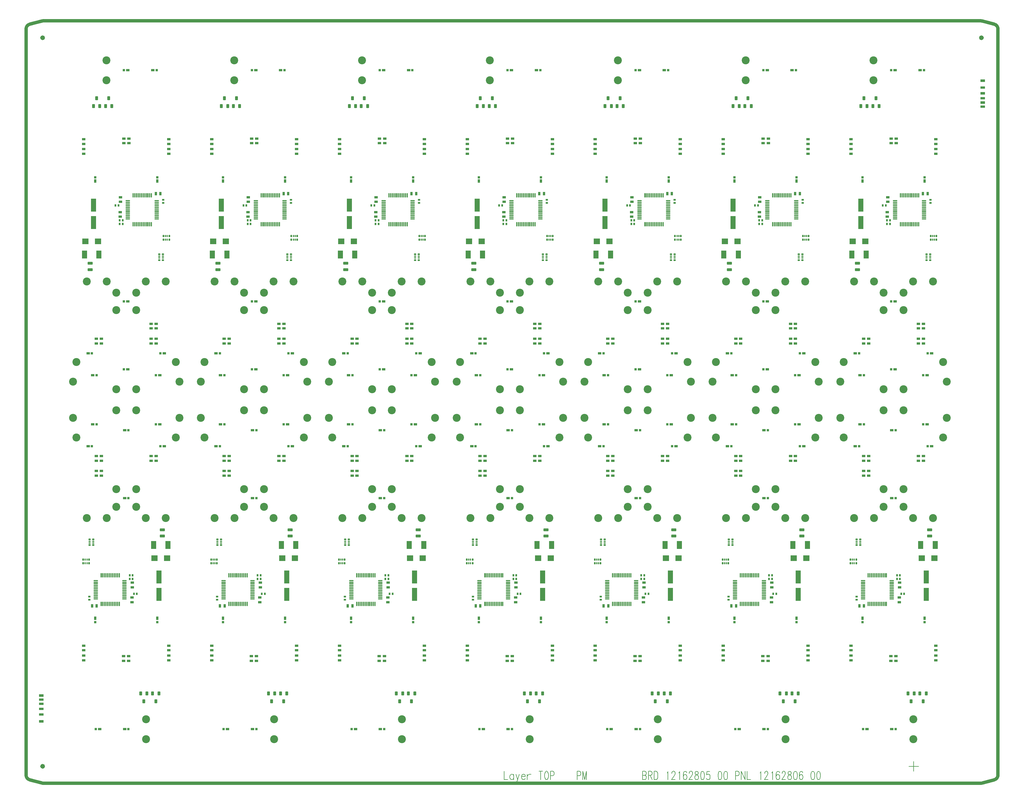
<source format=gbr>
*
G04 Job   : N:\Projects\taras004\P08330\12162805_FHM_2layers\Panel_12162806\12162806.pnl*
G04 User  : UA220006:taras004*
G04 Layer : SolderPasteTop.gbr*
G04 Date  : Fri Jun 09 15:39:13 2023*
G04 Expedition Layer: Solder Paste - Top*
%ICAS*%
%MOIN*%
%FSDAX24Y24*%
%OFA0.0000B0.0000*%
G90*
G74*
%AMVB_RCRECTANGLE*
$3=$3X2*
21,1,$1-$3,$2,0,0,0*
21,1,$1,$2-$3,0,0,0*
$1=$1/2*
$2=$2/2*
$3=$3/2*
$1=$1-$3*
$2=$2-$3*
1,1,$3X2,0-$1,0-$2*
1,1,$3X2,0-$1,$2*
1,1,$3X2,$1,$2*
1,1,$3X2,$1,0-$2*
%
%ADD11C,0.00787*%
%ADD10C,0.03937*%
%ADD19C,0.09449*%
%ADD25VB_RCRECTANGLE,0.02362X0.01181X0.00197*%
%ADD27VB_RCRECTANGLE,0.01181X0.02362X0.00197*%
%ADD24VB_RCRECTANGLE,0.02362X0.01772X0.00197*%
%ADD28VB_RCRECTANGLE,0.01772X0.02362X0.00197*%
%ADD26VB_RCRECTANGLE,0.02756X0.01969X0.00197*%
%ADD22VB_RCRECTANGLE,0.01969X0.02756X0.00197*%
%ADD12VB_RCRECTANGLE,0.02953X0.02362X0.00197*%
%ADD70VB_RCRECTANGLE,0.02362X0.02953X0.00197*%
%ADD16VB_RCRECTANGLE,0.03937X0.02756X0.00197*%
%ADD29VB_RCRECTANGLE,0.02756X0.03937X0.00197*%
%ADD13VB_RCRECTANGLE,0.04331X0.02362X0.00197*%
%ADD71VB_RCRECTANGLE,0.02362X0.04331X0.00197*%
%ADD23VB_RCRECTANGLE,0.03150X0.04724X0.00197*%
%ADD18VB_RCRECTANGLE,0.05118X0.01181X0.00197*%
%ADD17VB_RCRECTANGLE,0.01181X0.05118X0.00197*%
%ADD14VB_RCRECTANGLE,0.05906X0.03150X0.00197*%
%ADD15VB_RCRECTANGLE,0.07480X0.06693X0.00197*%
%ADD21VB_RCRECTANGLE,0.06299X0.09055X0.00197*%
%ADD20VB_RCRECTANGLE,0.06299X0.15157X0.00197*%
G01*
G36*
X-103819Y005197D02*
X-103268D01*
Y005472*
X-103819*
Y005197*
Y006024D02*
X-103268D01*
Y006299*
X-103819*
Y006024*
Y006693D02*
X-103268D01*
Y006969*
X-103819*
Y006693*
Y007283D02*
X-103268D01*
Y007559*
X-103819*
Y007283*
Y007795D02*
X-103268D01*
Y008071*
X-103819*
Y007795*
Y008268D02*
X-103268D01*
Y008543*
X-103819*
Y008268*
X-103425Y-000283D02*
Y-000039D01*
X-103669*
G02X-103671Y000000I000283J000039*
X-103386Y000285I000285*
X-103346Y000283J000285*
G01Y000039*
X-103103*
G02X-103100Y000000I000283J000039*
X-103386Y-000285I000286*
X-103425Y-000283J000285*
G01Y000283D02*
Y000039D01*
X-103669*
G03X-103671Y000000I000283J000039*
X-103386Y-000285I000285*
X-103346Y-000283J000285*
G01Y-000039*
X-103103*
G03X-103100Y000000I000283J000039*
X-103386Y000285I000286*
X-103425Y000283J000285*
G01Y086253D02*
Y086496D01*
X-103669*
G02X-103671Y086535I000283J000039*
X-103386Y086821I000285*
X-103346Y086818J000286*
G01Y086575*
X-103103*
G02X-103100Y086535I000283J000040*
X-103386Y086250I000286*
X-103425Y086253J000285*
G01Y086818D02*
Y086575D01*
X-103669*
G03X-103671Y086535I000283J000040*
X-103386Y086250I000285*
X-103346Y086253J000285*
G01Y086496*
X-103103*
G03X-103100Y086535I000283J000039*
X-103386Y086821I000286*
X-103425Y086818J000286*
G01X007913Y078228D02*
X008465D01*
Y078504*
X007913*
Y078228*
Y078701D02*
X008465D01*
Y078976*
X007913*
Y078701*
Y079213D02*
X008465D01*
Y079488*
X007913*
Y079213*
Y079803D02*
X008465D01*
Y080079*
X007913*
Y079803*
Y080472D02*
X008465D01*
Y080748*
X007913*
Y080472*
Y081299D02*
X008465D01*
Y081575*
X007913*
Y081299*
X007992Y086253D02*
Y086496D01*
X007749*
G02X007746Y086535I000282J000039*
X008031Y086821I000285*
X008071Y086818J000286*
G01Y086575*
X008314*
G02X008317Y086535I000283J000040*
X008031Y086250I000286*
X007992Y086253J000285*
G01Y086818D02*
Y086575D01*
X007749*
G03X007746Y086535I000282J000040*
X008031Y086250I000285*
X008071Y086253J000285*
G01Y086496*
X008314*
G03X008317Y086535I000283J000039*
X008031Y086821I000286*
X007992Y086818J000286*
G37*
G54D10*
G01X-038819Y-002008D02*
X-103339D01*
G02X-103493Y-001987J000591*
G01X-104917Y-001602*
G02X-105354Y-001032I000154J000570*
G01Y-001031*
Y087575*
G02X-104913Y088146I000590*
G01X-103492Y088524*
G02X-103341Y088543I000151J000572*
X-103339J000591*
G01X007992*
G02X008142Y088524I000001J000590*
G01X009563Y088150*
G02X010000Y087579I000154J000571*
G01Y-001031*
Y-001032*
G02X009563Y-001602I000591*
G01X008151Y-001987*
G02X007995Y-002008I000156J000570*
G01X-038819*
G54D11*
X-048620Y-000591D02*
Y-001575D01*
X-048181*
X-047492Y-001068D02*
X-047565Y-000978D01*
X-047638Y-000934*
X-047753*
X-047826Y-000978*
X-047899Y-001068*
X-047931Y-001202*
Y-001306*
X-047899Y-001441*
X-047826Y-001530*
X-047753Y-001575*
X-047638*
X-047565Y-001530*
X-047492Y-001441*
Y-000934D02*
Y-001575D01*
X-047210Y-000934D02*
X-047012Y-001575D01*
X-046803Y-000934D02*
X-047012Y-001575D01*
X-047075Y-001769*
X-047148Y-001858*
X-047210Y-001903*
X-047242*
X-046553Y-001202D02*
X-046114D01*
Y-001113*
X-046146Y-001023*
X-046187Y-000978*
X-046260Y-000934*
X-046375*
X-046448Y-000978*
X-046521Y-001068*
X-046553Y-001202*
Y-001306*
X-046521Y-001441*
X-046448Y-001530*
X-046375Y-001575*
X-046260*
X-046187Y-001530*
X-046114Y-001441*
X-045864Y-001202D02*
X-045812Y-001068D01*
X-045707Y-000978*
X-045592Y-000934*
X-045425*
X-045864D02*
Y-001575D01*
X-044486Y-000591D02*
X-044047D01*
X-044267D02*
Y-001575D01*
X-043640Y-000591D02*
X-043692Y-000650D01*
X-043745Y-000740*
X-043776Y-000829*
X-043797Y-000963*
Y-001202*
X-043776Y-001336*
X-043745Y-001441*
X-043692Y-001530*
X-043640Y-001575*
X-043525*
X-043473Y-001530*
X-043411Y-001441*
X-043390Y-001336*
X-043358Y-001202*
Y-000963*
X-043390Y-000829*
X-043411Y-000740*
X-043473Y-000650*
X-043525Y-000591*
X-043640*
X-043108Y-001575D02*
Y-000591D01*
X-042826*
X-042732Y-000650*
X-042701Y-000695*
X-042669Y-000784*
Y-000919*
X-042701Y-001023*
X-042732Y-001068*
X-042826Y-001113*
X-043108*
X-039958Y-001575D02*
Y-000591D01*
X-039676*
X-039582Y-000650*
X-039551Y-000695*
X-039520Y-000784*
Y-000919*
X-039551Y-001023*
X-039582Y-001068*
X-039676Y-001113*
X-039958*
X-039269Y-001575D02*
Y-000591D01*
X-039050Y-001575*
X-038831Y-000591*
Y-001575*
X-032179Y-001068D02*
X-031897D01*
X-031803Y-001113*
X-031772Y-001157*
X-031741Y-001247*
Y-001396*
X-031772Y-001485*
X-031803Y-001530*
X-031897Y-001575*
X-032179*
Y-000591*
X-031897*
X-031803Y-000650*
X-031772Y-000695*
X-031741Y-000784*
Y-000874*
X-031772Y-000963*
X-031803Y-001023*
X-031897Y-001068*
X-031490Y-001575D02*
Y-000591D01*
X-031208*
X-031114Y-000650*
X-031083Y-000695*
X-031052Y-000784*
Y-000874*
X-031083Y-000963*
X-031114Y-001023*
X-031208Y-001068*
X-031490*
X-031271D02*
X-031052Y-001575D01*
X-030801Y-000591D02*
X-030582D01*
X-030488Y-000650*
X-030425Y-000740*
X-030394Y-000829*
X-030363Y-000963*
Y-001202*
X-030394Y-001336*
X-030425Y-001441*
X-030488Y-001530*
X-030582Y-001575*
X-030801*
Y-000591*
X-029256Y-000784D02*
X-029215Y-000740D01*
X-029162Y-000605*
Y-001575*
X-028703Y-000829D02*
Y-000784D01*
X-028672Y-000695*
X-028640Y-000650*
X-028578Y-000591*
X-028452*
X-028390Y-000650*
X-028359Y-000695*
X-028327Y-000784*
Y-000874*
X-028359Y-000963*
X-028421Y-001113*
X-028734Y-001575*
X-028296*
X-027878Y-000784D02*
X-027837Y-000740D01*
X-027784Y-000605*
Y-001575*
X-026949Y-000740D02*
X-026981Y-000650D01*
X-027085Y-000605*
X-027158*
X-027262Y-000650*
X-027325Y-000784*
X-027356Y-001023*
Y-001247*
X-027325Y-001441*
X-027262Y-001530*
X-027158Y-001575*
X-027127*
X-027022Y-001530*
X-026949Y-001441*
X-026918Y-001306*
Y-001247*
X-026949Y-001113*
X-027022Y-001023*
X-027127Y-000978*
X-027158*
X-027262Y-001023*
X-027325Y-001113*
X-027356Y-001247*
X-026636Y-000829D02*
Y-000784D01*
X-026605Y-000695*
X-026574Y-000650*
X-026511Y-000591*
X-026386*
X-026323Y-000650*
X-026292Y-000695*
X-026260Y-000784*
Y-000874*
X-026292Y-000963*
X-026354Y-001113*
X-026667Y-001575*
X-026229*
X-025822Y-000605D02*
X-025916Y-000650D01*
X-025947Y-000740*
Y-000829*
X-025916Y-000934*
X-025853Y-000978*
X-025728Y-001023*
X-025634Y-001068*
X-025571Y-001157*
X-025540Y-001247*
Y-001396*
X-025571Y-001485*
X-025603Y-001530*
X-025697Y-001575*
X-025822*
X-025916Y-001530*
X-025947Y-001485*
X-025979Y-001396*
Y-001247*
X-025947Y-001157*
X-025885Y-001068*
X-025791Y-001023*
X-025665Y-000978*
X-025603Y-000934*
X-025571Y-000829*
Y-000740*
X-025603Y-000650*
X-025697Y-000605*
X-025822*
X-025102D02*
X-025196Y-000650D01*
X-025258Y-000784*
X-025290Y-001023*
Y-001157*
X-025258Y-001396*
X-025196Y-001530*
X-025102Y-001575*
X-025039*
X-024945Y-001530*
X-024882Y-001396*
X-024851Y-001157*
Y-001023*
X-024882Y-000784*
X-024945Y-000650*
X-025039Y-000605*
X-025102*
X-024225D02*
X-024538D01*
X-024569Y-001023*
X-024538Y-000978*
X-024444Y-000934*
X-024350*
X-024256Y-000978*
X-024193Y-001068*
X-024162Y-001202*
Y-001306*
X-024193Y-001441*
X-024256Y-001530*
X-024350Y-001575*
X-024444*
X-024538Y-001530*
X-024569Y-001485*
X-024601Y-001396*
X-023035Y-000605D02*
X-023129Y-000650D01*
X-023191Y-000784*
X-023223Y-001023*
Y-001157*
X-023191Y-001396*
X-023129Y-001530*
X-023035Y-001575*
X-022972*
X-022878Y-001530*
X-022816Y-001396*
X-022784Y-001157*
Y-001023*
X-022816Y-000784*
X-022878Y-000650*
X-022972Y-000605*
X-023035*
X-022346D02*
X-022440Y-000650D01*
X-022502Y-000784*
X-022534Y-001023*
Y-001157*
X-022502Y-001396*
X-022440Y-001530*
X-022346Y-001575*
X-022283*
X-022189Y-001530*
X-022127Y-001396*
X-022095Y-001157*
Y-001023*
X-022127Y-000784*
X-022189Y-000650*
X-022283Y-000605*
X-022346*
X-021156Y-001575D02*
Y-000591D01*
X-020874*
X-020780Y-000650*
X-020749Y-000695*
X-020717Y-000784*
Y-000919*
X-020749Y-001023*
X-020780Y-001068*
X-020874Y-001113*
X-021156*
X-020467Y-001575D02*
Y-000591D01*
X-020028Y-001575*
Y-000591*
X-019778D02*
Y-001575D01*
X-019339*
X-018233Y-000784D02*
X-018191Y-000740D01*
X-018139Y-000605*
Y-001575*
X-017680Y-000829D02*
Y-000784D01*
X-017648Y-000695*
X-017617Y-000650*
X-017554Y-000591*
X-017429*
X-017366Y-000650*
X-017335Y-000695*
X-017304Y-000784*
Y-000874*
X-017335Y-000963*
X-017398Y-001113*
X-017711Y-001575*
X-017273*
X-016855Y-000784D02*
X-016813Y-000740D01*
X-016761Y-000605*
Y-001575*
X-015926Y-000740D02*
X-015957Y-000650D01*
X-016062Y-000605*
X-016135*
X-016239Y-000650*
X-016302Y-000784*
X-016333Y-001023*
Y-001247*
X-016302Y-001441*
X-016239Y-001530*
X-016135Y-001575*
X-016103*
X-015999Y-001530*
X-015926Y-001441*
X-015895Y-001306*
Y-001247*
X-015926Y-001113*
X-015999Y-001023*
X-016103Y-000978*
X-016135*
X-016239Y-001023*
X-016302Y-001113*
X-016333Y-001247*
X-015613Y-000829D02*
Y-000784D01*
X-015581Y-000695*
X-015550Y-000650*
X-015487Y-000591*
X-015362*
X-015300Y-000650*
X-015268Y-000695*
X-015237Y-000784*
Y-000874*
X-015268Y-000963*
X-015331Y-001113*
X-015644Y-001575*
X-015206*
X-014799Y-000605D02*
X-014892Y-000650D01*
X-014924Y-000740*
Y-000829*
X-014892Y-000934*
X-014830Y-000978*
X-014705Y-001023*
X-014611Y-001068*
X-014548Y-001157*
X-014517Y-001247*
Y-001396*
X-014548Y-001485*
X-014579Y-001530*
X-014673Y-001575*
X-014799*
X-014892Y-001530*
X-014924Y-001485*
X-014955Y-001396*
Y-001247*
X-014924Y-001157*
X-014861Y-001068*
X-014767Y-001023*
X-014642Y-000978*
X-014579Y-000934*
X-014548Y-000829*
Y-000740*
X-014579Y-000650*
X-014673Y-000605*
X-014799*
X-014078D02*
X-014172Y-000650D01*
X-014235Y-000784*
X-014266Y-001023*
Y-001157*
X-014235Y-001396*
X-014172Y-001530*
X-014078Y-001575*
X-014016*
X-013922Y-001530*
X-013859Y-001396*
X-013828Y-001157*
Y-001023*
X-013859Y-000784*
X-013922Y-000650*
X-014016Y-000605*
X-014078*
X-013170Y-000740D02*
X-013201Y-000650D01*
X-013306Y-000605*
X-013379*
X-013483Y-000650*
X-013546Y-000784*
X-013577Y-001023*
Y-001247*
X-013546Y-001441*
X-013483Y-001530*
X-013379Y-001575*
X-013348*
X-013243Y-001530*
X-013170Y-001441*
X-013139Y-001306*
Y-001247*
X-013170Y-001113*
X-013243Y-001023*
X-013348Y-000978*
X-013379*
X-013483Y-001023*
X-013546Y-001113*
X-013577Y-001247*
X-012011Y-000605D02*
X-012105Y-000650D01*
X-012168Y-000784*
X-012199Y-001023*
Y-001157*
X-012168Y-001396*
X-012105Y-001530*
X-012011Y-001575*
X-011949*
X-011855Y-001530*
X-011792Y-001396*
X-011761Y-001157*
Y-001023*
X-011792Y-000784*
X-011855Y-000650*
X-011949Y-000605*
X-012011*
X-011322D02*
X-011416Y-000650D01*
X-011479Y-000784*
X-011510Y-001023*
Y-001157*
X-011479Y-001396*
X-011416Y-001530*
X-011322Y-001575*
X-011260*
X-011166Y-001530*
X-011103Y-001396*
X-011072Y-001157*
Y-001023*
X-011103Y-000784*
X-011166Y-000650*
X-011260Y-000605*
X-011322*
X-000591Y000000D02*
X000591D01*
X000000Y000591D02*
Y-000591D01*
G54D12*
X-097530Y038031D03*
Y049055D03*
X-097077Y004409D03*
X-096978Y040630D03*
Y046457D03*
X-093730Y047165D03*
Y055228D03*
Y082677D03*
X-093199Y004409D03*
Y031858D03*
Y039921D03*
X-089951Y040630D03*
Y046457D03*
X-089852Y082677D03*
X-089400Y038031D03*
Y049055D03*
X-082352Y038031D03*
Y049055D03*
X-081900Y004409D03*
X-081801Y040630D03*
Y046457D03*
X-078553Y047165D03*
Y055228D03*
Y082677D03*
X-078022Y004409D03*
Y031858D03*
Y039921D03*
X-074774Y040630D03*
Y046457D03*
X-074675Y082677D03*
X-074222Y038031D03*
Y049055D03*
X-067175Y038031D03*
Y049055D03*
X-066722Y004409D03*
X-066624Y040630D03*
Y046457D03*
X-063376Y047165D03*
Y055228D03*
Y082677D03*
X-062844Y004409D03*
Y031858D03*
Y039921D03*
X-059596Y040630D03*
Y046457D03*
X-059498Y082677D03*
X-059045Y038031D03*
Y049055D03*
X-051998Y038031D03*
Y049055D03*
X-051545Y004409D03*
X-051447Y040630D03*
Y046457D03*
X-048199Y047165D03*
Y055228D03*
Y082677D03*
X-047667Y004409D03*
Y031858D03*
Y039921D03*
X-044419Y040630D03*
Y046457D03*
X-044321Y082677D03*
X-043868Y038031D03*
Y049055D03*
X-036821Y038031D03*
Y049055D03*
X-036368Y004409D03*
X-036270Y040630D03*
Y046457D03*
X-033022Y047165D03*
Y055228D03*
Y082677D03*
X-032490Y004409D03*
Y031858D03*
Y039921D03*
X-029242Y040630D03*
Y046457D03*
X-029144Y082677D03*
X-028691Y038031D03*
Y049055D03*
X-021644Y038031D03*
Y049055D03*
X-021191Y004409D03*
X-021093Y040630D03*
Y046457D03*
X-017844Y047165D03*
Y055228D03*
Y082677D03*
X-017313Y004409D03*
Y031858D03*
Y039921D03*
X-014065Y040630D03*
Y046457D03*
X-013967Y082677D03*
X-013514Y038031D03*
Y049055D03*
X-006467Y038031D03*
Y049055D03*
X-006014Y004409D03*
X-005915Y040630D03*
Y046457D03*
X-002667Y047165D03*
Y055228D03*
Y082677D03*
X-002136Y004409D03*
Y031858D03*
Y039921D03*
X001112Y040630D03*
Y046457D03*
X001211Y082677D03*
X001663Y038031D03*
Y049055D03*
G54D13*
X-097992Y038031D03*
Y049055D03*
X-097441Y040630D03*
Y046457D03*
X-096614Y004409D03*
X-093661D03*
Y031858D03*
Y039921D03*
X-093268Y047165D03*
Y055228D03*
Y082677D03*
X-090315D03*
X-089488Y040630D03*
Y046457D03*
X-088937Y038031D03*
Y049055D03*
X-082815Y038031D03*
Y049055D03*
X-082264Y040630D03*
Y046457D03*
X-081437Y004409D03*
X-078484D03*
Y031858D03*
Y039921D03*
X-078091Y047165D03*
Y055228D03*
Y082677D03*
X-075138D03*
X-074311Y040630D03*
Y046457D03*
X-073760Y038031D03*
Y049055D03*
X-067638Y038031D03*
Y049055D03*
X-067087Y040630D03*
Y046457D03*
X-066260Y004409D03*
X-063307D03*
Y031858D03*
Y039921D03*
X-062913Y047165D03*
Y055228D03*
Y082677D03*
X-059961D03*
X-059134Y040630D03*
Y046457D03*
X-058583Y038031D03*
Y049055D03*
X-052461Y038031D03*
Y049055D03*
X-051909Y040630D03*
Y046457D03*
X-051083Y004409D03*
X-048130D03*
Y031858D03*
Y039921D03*
X-047736Y047165D03*
Y055228D03*
Y082677D03*
X-044783D03*
X-043957Y040630D03*
Y046457D03*
X-043406Y038031D03*
Y049055D03*
X-037283Y038031D03*
Y049055D03*
X-036732Y040630D03*
Y046457D03*
X-035906Y004409D03*
X-032953D03*
Y031858D03*
Y039921D03*
X-032559Y047165D03*
Y055228D03*
Y082677D03*
X-029606D03*
X-028780Y040630D03*
Y046457D03*
X-028228Y038031D03*
Y049055D03*
X-022106Y038031D03*
Y049055D03*
X-021555Y040630D03*
Y046457D03*
X-020728Y004409D03*
X-017776D03*
Y031858D03*
Y039921D03*
X-017382Y047165D03*
Y055228D03*
Y082677D03*
X-014429D03*
X-013602Y040630D03*
Y046457D03*
X-013051Y038031D03*
Y049055D03*
X-006929Y038031D03*
Y049055D03*
X-006378Y040630D03*
Y046457D03*
X-005551Y004409D03*
X-002598D03*
Y031858D03*
Y039921D03*
X-002205Y047165D03*
Y055228D03*
Y082677D03*
X000748D03*
X001575Y040630D03*
Y046457D03*
X002126Y038031D03*
Y049055D03*
G54D14*
X-097756Y058996D03*
Y059744D03*
X-089173Y027343D03*
Y028091D03*
X-082579Y058996D03*
Y059744D03*
X-073996Y027343D03*
Y028091D03*
X-067402Y058996D03*
Y059744D03*
X-058819Y027343D03*
Y028091D03*
X-052224Y058996D03*
Y059744D03*
X-043642Y027343D03*
Y028091D03*
X-037047Y058996D03*
Y059744D03*
X-028465Y027343D03*
Y028091D03*
X-021870Y058996D03*
Y059744D03*
X-013287Y027343D03*
Y028091D03*
X-006693Y058996D03*
Y059744D03*
X001890Y027343D03*
Y028091D03*
G54D15*
X-098307Y062362D03*
X-096811D03*
X-090118Y024724D03*
X-088622D03*
X-083130Y062362D03*
X-081634D03*
X-074941Y024724D03*
X-073445D03*
X-067953Y062362D03*
X-066457D03*
X-059764Y024724D03*
X-058268D03*
X-052776Y062362D03*
X-051280D03*
X-044587Y024724D03*
X-043091D03*
X-037598Y062362D03*
X-036102D03*
X-029409Y024724D03*
X-027913D03*
X-022421Y062362D03*
X-020925D03*
X-014232Y024724D03*
X-012736D03*
X-007244Y062362D03*
X-005748D03*
X000945Y024724D03*
X002441D03*
G54D16*
X-098504Y012598D03*
Y013150D03*
Y013780D03*
Y014331D03*
Y072756D03*
Y073307D03*
Y073937D03*
Y074488D03*
X-097008Y034528D03*
Y035079D03*
Y036299D03*
Y036850D03*
Y050236D03*
Y050787D03*
X-096417Y034528D03*
Y035079D03*
Y036299D03*
Y036850D03*
Y050236D03*
Y050787D03*
X-094193Y065276D03*
Y065827D03*
X-094154Y067047D03*
Y067598D03*
X-093787Y012527D03*
Y013078D03*
X-093749Y074009D03*
Y074560D03*
X-093180Y012527D03*
Y013078D03*
X-093143Y074009D03*
Y074560D03*
X-092776Y019488D03*
Y020039D03*
X-092736Y021260D03*
Y021811D03*
X-090512Y036299D03*
Y036850D03*
Y050236D03*
Y050787D03*
Y052008D03*
Y052559D03*
X-089921Y036299D03*
Y036850D03*
Y050236D03*
Y050787D03*
Y052008D03*
Y052559D03*
X-088425Y012598D03*
Y013150D03*
Y013780D03*
Y014331D03*
Y072756D03*
Y073307D03*
Y073937D03*
Y074488D03*
X-083327Y012598D03*
Y013150D03*
Y013780D03*
Y014331D03*
Y072756D03*
Y073307D03*
Y073937D03*
Y074488D03*
X-081831Y034528D03*
Y035079D03*
Y036299D03*
Y036850D03*
Y050236D03*
Y050787D03*
X-081240Y034528D03*
Y035079D03*
Y036299D03*
Y036850D03*
Y050236D03*
Y050787D03*
X-079016Y065276D03*
Y065827D03*
X-078976Y067047D03*
Y067598D03*
X-078609Y012527D03*
Y013078D03*
X-078572Y074009D03*
Y074560D03*
X-078003Y012527D03*
Y013078D03*
X-077965Y074009D03*
Y074560D03*
X-077598Y019488D03*
Y020039D03*
X-077559Y021260D03*
Y021811D03*
X-075335Y036299D03*
Y036850D03*
Y050236D03*
Y050787D03*
Y052008D03*
Y052559D03*
X-074744Y036299D03*
Y036850D03*
Y050236D03*
Y050787D03*
Y052008D03*
Y052559D03*
X-073248Y012598D03*
Y013150D03*
Y013780D03*
Y014331D03*
Y072756D03*
Y073307D03*
Y073937D03*
Y074488D03*
X-068150Y012598D03*
Y013150D03*
Y013780D03*
Y014331D03*
Y072756D03*
Y073307D03*
Y073937D03*
Y074488D03*
X-066654Y034528D03*
Y035079D03*
Y036299D03*
Y036850D03*
Y050236D03*
Y050787D03*
X-066063Y034528D03*
Y035079D03*
Y036299D03*
Y036850D03*
Y050236D03*
Y050787D03*
X-063839Y065276D03*
Y065827D03*
X-063799Y067047D03*
Y067598D03*
X-063432Y012527D03*
Y013078D03*
X-063395Y074009D03*
Y074560D03*
X-062826Y012527D03*
Y013078D03*
X-062788Y074009D03*
Y074560D03*
X-062421Y019488D03*
Y020039D03*
X-062382Y021260D03*
Y021811D03*
X-060157Y036299D03*
Y036850D03*
Y050236D03*
Y050787D03*
Y052008D03*
Y052559D03*
X-059567Y036299D03*
Y036850D03*
Y050236D03*
Y050787D03*
Y052008D03*
Y052559D03*
X-058071Y012598D03*
Y013150D03*
Y013780D03*
Y014331D03*
Y072756D03*
Y073307D03*
Y073937D03*
Y074488D03*
X-052972Y012598D03*
Y013150D03*
Y013780D03*
Y014331D03*
Y072756D03*
Y073307D03*
Y073937D03*
Y074488D03*
X-051476Y034528D03*
Y035079D03*
Y036299D03*
Y036850D03*
Y050236D03*
Y050787D03*
X-050886Y034528D03*
Y035079D03*
Y036299D03*
Y036850D03*
Y050236D03*
Y050787D03*
X-048661Y065276D03*
Y065827D03*
X-048622Y067047D03*
Y067598D03*
X-048255Y012527D03*
Y013078D03*
X-048218Y074009D03*
Y074560D03*
X-047648Y012527D03*
Y013078D03*
X-047611Y074009D03*
Y074560D03*
X-047244Y019488D03*
Y020039D03*
X-047205Y021260D03*
Y021811D03*
X-044980Y036299D03*
Y036850D03*
Y050236D03*
Y050787D03*
Y052008D03*
Y052559D03*
X-044390Y036299D03*
Y036850D03*
Y050236D03*
Y050787D03*
Y052008D03*
Y052559D03*
X-042894Y012598D03*
Y013150D03*
Y013780D03*
Y014331D03*
Y072756D03*
Y073307D03*
Y073937D03*
Y074488D03*
X-037795Y012598D03*
Y013150D03*
Y013780D03*
Y014331D03*
Y072756D03*
Y073307D03*
Y073937D03*
Y074488D03*
X-036299Y034528D03*
Y035079D03*
Y036299D03*
Y036850D03*
Y050236D03*
Y050787D03*
X-035709Y034528D03*
Y035079D03*
Y036299D03*
Y036850D03*
Y050236D03*
Y050787D03*
X-033484Y065276D03*
Y065827D03*
X-033445Y067047D03*
Y067598D03*
X-033078Y012527D03*
Y013078D03*
X-033041Y074009D03*
Y074560D03*
X-032471Y012527D03*
Y013078D03*
X-032434Y074009D03*
Y074560D03*
X-032067Y019488D03*
Y020039D03*
X-032028Y021260D03*
Y021811D03*
X-029803Y036299D03*
Y036850D03*
Y050236D03*
Y050787D03*
Y052008D03*
Y052559D03*
X-029213Y036299D03*
Y036850D03*
Y050236D03*
Y050787D03*
Y052008D03*
Y052559D03*
X-027717Y012598D03*
Y013150D03*
Y013780D03*
Y014331D03*
Y072756D03*
Y073307D03*
Y073937D03*
Y074488D03*
X-022618Y012598D03*
Y013150D03*
Y013780D03*
Y014331D03*
Y072756D03*
Y073307D03*
Y073937D03*
Y074488D03*
X-021122Y034528D03*
Y035079D03*
Y036299D03*
Y036850D03*
Y050236D03*
Y050787D03*
X-020531Y034528D03*
Y035079D03*
Y036299D03*
Y036850D03*
Y050236D03*
Y050787D03*
X-018307Y065276D03*
Y065827D03*
X-018268Y067047D03*
Y067598D03*
X-017901Y012527D03*
Y013078D03*
X-017863Y074009D03*
Y074560D03*
X-017294Y012527D03*
Y013078D03*
X-017257Y074009D03*
Y074560D03*
X-016890Y019488D03*
Y020039D03*
X-016850Y021260D03*
Y021811D03*
X-014626Y036299D03*
Y036850D03*
Y050236D03*
Y050787D03*
Y052008D03*
Y052559D03*
X-014035Y036299D03*
Y036850D03*
Y050236D03*
Y050787D03*
Y052008D03*
Y052559D03*
X-012539Y012598D03*
Y013150D03*
Y013780D03*
Y014331D03*
Y072756D03*
Y073307D03*
Y073937D03*
Y074488D03*
X-007441Y012598D03*
Y013150D03*
Y013780D03*
Y014331D03*
Y072756D03*
Y073307D03*
Y073937D03*
Y074488D03*
X-005945Y034528D03*
Y035079D03*
Y036299D03*
Y036850D03*
Y050236D03*
Y050787D03*
X-005354Y034528D03*
Y035079D03*
Y036299D03*
Y036850D03*
Y050236D03*
Y050787D03*
X-003130Y065276D03*
Y065827D03*
X-003091Y067047D03*
Y067598D03*
X-002724Y012527D03*
Y013078D03*
X-002686Y074009D03*
Y074560D03*
X-002117Y012527D03*
Y013078D03*
X-002080Y074009D03*
Y074560D03*
X-001713Y019488D03*
Y020039D03*
X-001673Y021260D03*
Y021811D03*
X000551Y036299D03*
Y036850D03*
Y050236D03*
Y050787D03*
Y052008D03*
Y052559D03*
X001142Y036299D03*
Y036850D03*
Y050236D03*
Y050787D03*
Y052008D03*
Y052559D03*
X002638Y012598D03*
Y013150D03*
Y013780D03*
Y014331D03*
Y072756D03*
Y073307D03*
Y073937D03*
Y074488D03*
G54D17*
X-096459Y019272D03*
Y022697D03*
X-096262Y019272D03*
Y022697D03*
X-096065Y019272D03*
Y022697D03*
X-095868Y019272D03*
Y022697D03*
X-095672Y019272D03*
Y022697D03*
X-095475Y019272D03*
Y022697D03*
X-095278Y019272D03*
Y022697D03*
X-095081Y019272D03*
Y022697D03*
X-094884Y019272D03*
Y022697D03*
X-094687Y019272D03*
Y022697D03*
X-094491Y019272D03*
Y022697D03*
X-094294Y019272D03*
Y022697D03*
X-092635Y064390D03*
Y067815D03*
X-092439Y064390D03*
Y067815D03*
X-092242Y064390D03*
Y067815D03*
X-092045Y064390D03*
Y067815D03*
X-091848Y064390D03*
Y067815D03*
X-091651Y064390D03*
Y067815D03*
X-091454Y064390D03*
Y067815D03*
X-091258Y064390D03*
Y067815D03*
X-091061Y064390D03*
Y067815D03*
X-090864Y064390D03*
Y067815D03*
X-090667Y064390D03*
Y067815D03*
X-090470Y064390D03*
Y067815D03*
X-081282Y019272D03*
Y022697D03*
X-081085Y019272D03*
Y022697D03*
X-080888Y019272D03*
Y022697D03*
X-080691Y019272D03*
Y022697D03*
X-080494Y019272D03*
Y022697D03*
X-080298Y019272D03*
Y022697D03*
X-080101Y019272D03*
Y022697D03*
X-079904Y019272D03*
Y022697D03*
X-079707Y019272D03*
Y022697D03*
X-079510Y019272D03*
Y022697D03*
X-079313Y019272D03*
Y022697D03*
X-079116Y019272D03*
Y022697D03*
X-077458Y064390D03*
Y067815D03*
X-077261Y064390D03*
Y067815D03*
X-077065Y064390D03*
Y067815D03*
X-076868Y064390D03*
Y067815D03*
X-076671Y064390D03*
Y067815D03*
X-076474Y064390D03*
Y067815D03*
X-076277Y064390D03*
Y067815D03*
X-076080Y064390D03*
Y067815D03*
X-075884Y064390D03*
Y067815D03*
X-075687Y064390D03*
Y067815D03*
X-075490Y064390D03*
Y067815D03*
X-075293Y064390D03*
Y067815D03*
X-066105Y019272D03*
Y022697D03*
X-065908Y019272D03*
Y022697D03*
X-065711Y019272D03*
Y022697D03*
X-065514Y019272D03*
Y022697D03*
X-065317Y019272D03*
Y022697D03*
X-065120Y019272D03*
Y022697D03*
X-064924Y019272D03*
Y022697D03*
X-064727Y019272D03*
Y022697D03*
X-064530Y019272D03*
Y022697D03*
X-064333Y019272D03*
Y022697D03*
X-064136Y019272D03*
Y022697D03*
X-063939Y019272D03*
Y022697D03*
X-062281Y064390D03*
Y067815D03*
X-062084Y064390D03*
Y067815D03*
X-061887Y064390D03*
Y067815D03*
X-061691Y064390D03*
Y067815D03*
X-061494Y064390D03*
Y067815D03*
X-061297Y064390D03*
Y067815D03*
X-061100Y064390D03*
Y067815D03*
X-060903Y064390D03*
Y067815D03*
X-060706Y064390D03*
Y067815D03*
X-060509Y064390D03*
Y067815D03*
X-060313Y064390D03*
Y067815D03*
X-060116Y064390D03*
Y067815D03*
X-050928Y019272D03*
Y022697D03*
X-050731Y019272D03*
Y022697D03*
X-050534Y019272D03*
Y022697D03*
X-050337Y019272D03*
Y022697D03*
X-050140Y019272D03*
Y022697D03*
X-049943Y019272D03*
Y022697D03*
X-049746Y019272D03*
Y022697D03*
X-049550Y019272D03*
Y022697D03*
X-049353Y019272D03*
Y022697D03*
X-049156Y019272D03*
Y022697D03*
X-048959Y019272D03*
Y022697D03*
X-048762Y019272D03*
Y022697D03*
X-047104Y064390D03*
Y067815D03*
X-046907Y064390D03*
Y067815D03*
X-046710Y064390D03*
Y067815D03*
X-046513Y064390D03*
Y067815D03*
X-046317Y064390D03*
Y067815D03*
X-046120Y064390D03*
Y067815D03*
X-045923Y064390D03*
Y067815D03*
X-045726Y064390D03*
Y067815D03*
X-045529Y064390D03*
Y067815D03*
X-045332Y064390D03*
Y067815D03*
X-045135Y064390D03*
Y067815D03*
X-044939Y064390D03*
Y067815D03*
X-035750Y019272D03*
Y022697D03*
X-035553Y019272D03*
Y022697D03*
X-035357Y019272D03*
Y022697D03*
X-035160Y019272D03*
Y022697D03*
X-034963Y019272D03*
Y022697D03*
X-034766Y019272D03*
Y022697D03*
X-034569Y019272D03*
Y022697D03*
X-034372Y019272D03*
Y022697D03*
X-034176Y019272D03*
Y022697D03*
X-033979Y019272D03*
Y022697D03*
X-033782Y019272D03*
Y022697D03*
X-033585Y019272D03*
Y022697D03*
X-031927Y064390D03*
Y067815D03*
X-031730Y064390D03*
Y067815D03*
X-031533Y064390D03*
Y067815D03*
X-031336Y064390D03*
Y067815D03*
X-031139Y064390D03*
Y067815D03*
X-030943Y064390D03*
Y067815D03*
X-030746Y064390D03*
Y067815D03*
X-030549Y064390D03*
Y067815D03*
X-030352Y064390D03*
Y067815D03*
X-030155Y064390D03*
Y067815D03*
X-029958Y064390D03*
Y067815D03*
X-029761Y064390D03*
Y067815D03*
X-020573Y019272D03*
Y022697D03*
X-020376Y019272D03*
Y022697D03*
X-020179Y019272D03*
Y022697D03*
X-019983Y019272D03*
Y022697D03*
X-019786Y019272D03*
Y022697D03*
X-019589Y019272D03*
Y022697D03*
X-019392Y019272D03*
Y022697D03*
X-019195Y019272D03*
Y022697D03*
X-018998Y019272D03*
Y022697D03*
X-018802Y019272D03*
Y022697D03*
X-018605Y019272D03*
Y022697D03*
X-018408Y019272D03*
Y022697D03*
X-016750Y064390D03*
Y067815D03*
X-016553Y064390D03*
Y067815D03*
X-016356Y064390D03*
Y067815D03*
X-016159Y064390D03*
Y067815D03*
X-015962Y064390D03*
Y067815D03*
X-015765Y064390D03*
Y067815D03*
X-015569Y064390D03*
Y067815D03*
X-015372Y064390D03*
Y067815D03*
X-015175Y064390D03*
Y067815D03*
X-014978Y064390D03*
Y067815D03*
X-014781Y064390D03*
Y067815D03*
X-014584Y064390D03*
Y067815D03*
X-005396Y019272D03*
Y022697D03*
X-005199Y019272D03*
Y022697D03*
X-005002Y019272D03*
Y022697D03*
X-004805Y019272D03*
Y022697D03*
X-004609Y019272D03*
Y022697D03*
X-004412Y019272D03*
Y022697D03*
X-004215Y019272D03*
Y022697D03*
X-004018Y019272D03*
Y022697D03*
X-003821Y019272D03*
Y022697D03*
X-003624Y019272D03*
Y022697D03*
X-003428Y019272D03*
Y022697D03*
X-003231Y019272D03*
Y022697D03*
X-001572Y064390D03*
Y067815D03*
X-001376Y064390D03*
Y067815D03*
X-001179Y064390D03*
Y067815D03*
X-000982Y064390D03*
Y067815D03*
X-000785Y064390D03*
Y067815D03*
X-000588Y064390D03*
Y067815D03*
X-000391Y064390D03*
Y067815D03*
X-000195Y064390D03*
Y067815D03*
X000002Y064390D03*
Y067815D03*
X000199Y064390D03*
Y067815D03*
X000396Y064390D03*
Y067815D03*
X000593Y064390D03*
Y067815D03*
G54D18*
X-097089Y019902D03*
Y020098D03*
Y020295D03*
Y020492D03*
Y020689D03*
Y020886D03*
Y021083D03*
Y021280D03*
Y021476D03*
Y021673D03*
Y021870D03*
Y022067D03*
X-093664Y019902D03*
Y020098D03*
Y020295D03*
Y020492D03*
Y020689D03*
Y020886D03*
Y021083D03*
Y021280D03*
Y021476D03*
Y021673D03*
Y021870D03*
Y022067D03*
X-093265Y065020D03*
Y065217D03*
Y065413D03*
Y065610D03*
Y065807D03*
Y066004D03*
Y066201D03*
Y066398D03*
Y066594D03*
Y066791D03*
Y066988D03*
Y067185D03*
X-089840Y065020D03*
Y065217D03*
Y065413D03*
Y065610D03*
Y065807D03*
Y066004D03*
Y066201D03*
Y066398D03*
Y066594D03*
Y066791D03*
Y066988D03*
Y067185D03*
X-081912Y019902D03*
Y020098D03*
Y020295D03*
Y020492D03*
Y020689D03*
Y020886D03*
Y021083D03*
Y021280D03*
Y021476D03*
Y021673D03*
Y021870D03*
Y022067D03*
X-078487Y019902D03*
Y020098D03*
Y020295D03*
Y020492D03*
Y020689D03*
Y020886D03*
Y021083D03*
Y021280D03*
Y021476D03*
Y021673D03*
Y021870D03*
Y022067D03*
X-078088Y065020D03*
Y065217D03*
Y065413D03*
Y065610D03*
Y065807D03*
Y066004D03*
Y066201D03*
Y066398D03*
Y066594D03*
Y066791D03*
Y066988D03*
Y067185D03*
X-074663Y065020D03*
Y065217D03*
Y065413D03*
Y065610D03*
Y065807D03*
Y066004D03*
Y066201D03*
Y066398D03*
Y066594D03*
Y066791D03*
Y066988D03*
Y067185D03*
X-066735Y019902D03*
Y020098D03*
Y020295D03*
Y020492D03*
Y020689D03*
Y020886D03*
Y021083D03*
Y021280D03*
Y021476D03*
Y021673D03*
Y021870D03*
Y022067D03*
X-063309Y019902D03*
Y020098D03*
Y020295D03*
Y020492D03*
Y020689D03*
Y020886D03*
Y021083D03*
Y021280D03*
Y021476D03*
Y021673D03*
Y021870D03*
Y022067D03*
X-062911Y065020D03*
Y065217D03*
Y065413D03*
Y065610D03*
Y065807D03*
Y066004D03*
Y066201D03*
Y066398D03*
Y066594D03*
Y066791D03*
Y066988D03*
Y067185D03*
X-059486Y065020D03*
Y065217D03*
Y065413D03*
Y065610D03*
Y065807D03*
Y066004D03*
Y066201D03*
Y066398D03*
Y066594D03*
Y066791D03*
Y066988D03*
Y067185D03*
X-051557Y019902D03*
Y020098D03*
Y020295D03*
Y020492D03*
Y020689D03*
Y020886D03*
Y021083D03*
Y021280D03*
Y021476D03*
Y021673D03*
Y021870D03*
Y022067D03*
X-048132Y019902D03*
Y020098D03*
Y020295D03*
Y020492D03*
Y020689D03*
Y020886D03*
Y021083D03*
Y021280D03*
Y021476D03*
Y021673D03*
Y021870D03*
Y022067D03*
X-047734Y065020D03*
Y065217D03*
Y065413D03*
Y065610D03*
Y065807D03*
Y066004D03*
Y066201D03*
Y066398D03*
Y066594D03*
Y066791D03*
Y066988D03*
Y067185D03*
X-044309Y065020D03*
Y065217D03*
Y065413D03*
Y065610D03*
Y065807D03*
Y066004D03*
Y066201D03*
Y066398D03*
Y066594D03*
Y066791D03*
Y066988D03*
Y067185D03*
X-036380Y019902D03*
Y020098D03*
Y020295D03*
Y020492D03*
Y020689D03*
Y020886D03*
Y021083D03*
Y021280D03*
Y021476D03*
Y021673D03*
Y021870D03*
Y022067D03*
X-032955Y019902D03*
Y020098D03*
Y020295D03*
Y020492D03*
Y020689D03*
Y020886D03*
Y021083D03*
Y021280D03*
Y021476D03*
Y021673D03*
Y021870D03*
Y022067D03*
X-032557Y065020D03*
Y065217D03*
Y065413D03*
Y065610D03*
Y065807D03*
Y066004D03*
Y066201D03*
Y066398D03*
Y066594D03*
Y066791D03*
Y066988D03*
Y067185D03*
X-029132Y065020D03*
Y065217D03*
Y065413D03*
Y065610D03*
Y065807D03*
Y066004D03*
Y066201D03*
Y066398D03*
Y066594D03*
Y066791D03*
Y066988D03*
Y067185D03*
X-021203Y019902D03*
Y020098D03*
Y020295D03*
Y020492D03*
Y020689D03*
Y020886D03*
Y021083D03*
Y021280D03*
Y021476D03*
Y021673D03*
Y021870D03*
Y022067D03*
X-017778Y019902D03*
Y020098D03*
Y020295D03*
Y020492D03*
Y020689D03*
Y020886D03*
Y021083D03*
Y021280D03*
Y021476D03*
Y021673D03*
Y021870D03*
Y022067D03*
X-017380Y065020D03*
Y065217D03*
Y065413D03*
Y065610D03*
Y065807D03*
Y066004D03*
Y066201D03*
Y066398D03*
Y066594D03*
Y066791D03*
Y066988D03*
Y067185D03*
X-013954Y065020D03*
Y065217D03*
Y065413D03*
Y065610D03*
Y065807D03*
Y066004D03*
Y066201D03*
Y066398D03*
Y066594D03*
Y066791D03*
Y066988D03*
Y067185D03*
X-006026Y019902D03*
Y020098D03*
Y020295D03*
Y020492D03*
Y020689D03*
Y020886D03*
Y021083D03*
Y021280D03*
Y021476D03*
Y021673D03*
Y021870D03*
Y022067D03*
X-002601Y019902D03*
Y020098D03*
Y020295D03*
Y020492D03*
Y020689D03*
Y020886D03*
Y021083D03*
Y021280D03*
Y021476D03*
Y021673D03*
Y021870D03*
Y022067D03*
X-002202Y065020D03*
Y065217D03*
Y065413D03*
Y065610D03*
Y065807D03*
Y066004D03*
Y066201D03*
Y066398D03*
Y066594D03*
Y066791D03*
Y066988D03*
Y067185D03*
X001223Y065020D03*
Y065217D03*
Y065413D03*
Y065610D03*
Y065807D03*
Y066004D03*
Y066201D03*
Y066398D03*
Y066594D03*
Y066791D03*
Y066988D03*
Y067185D03*
G54D19*
X-099776Y041383D03*
Y045704D03*
X-099365Y039057D03*
Y048030D03*
X-098150Y029496D03*
Y057590D03*
X-095827Y081496D03*
Y083858D03*
X-095787Y029496D03*
Y057590D03*
X-094646Y032913D03*
Y030835D03*
Y042283D03*
Y044803D03*
Y056252D03*
Y054173D03*
X-092283Y032913D03*
Y030835D03*
Y042283D03*
Y044803D03*
Y056252D03*
Y054173D03*
X-091142Y029496D03*
Y057590D03*
X-091102Y003228D03*
Y005591D03*
X-088780Y029496D03*
Y057590D03*
X-087564Y039057D03*
Y048030D03*
X-087154Y041383D03*
Y045704D03*
X-084598Y041383D03*
Y045704D03*
X-084188Y039057D03*
Y048030D03*
X-082972Y029496D03*
Y057590D03*
X-080650Y081496D03*
Y083858D03*
X-080610Y029496D03*
Y057590D03*
X-079469Y032913D03*
Y030835D03*
Y042283D03*
Y044803D03*
Y056252D03*
X-079468Y054173D03*
X-077106Y032913D03*
Y030835D03*
Y042283D03*
Y044803D03*
Y056252D03*
Y054173D03*
X-075965Y029496D03*
Y057590D03*
X-075925Y003228D03*
Y005591D03*
X-073602Y029496D03*
Y057590D03*
X-072387Y039057D03*
Y048030D03*
X-071976Y041383D03*
Y045704D03*
X-069421Y041383D03*
Y045704D03*
X-069011Y039057D03*
Y048030D03*
X-067795Y029496D03*
Y057590D03*
X-065472Y081496D03*
Y083858D03*
X-065433Y029496D03*
Y057590D03*
X-064291Y032913D03*
Y030835D03*
Y042283D03*
Y044803D03*
Y056252D03*
Y054173D03*
X-061929Y032913D03*
Y030835D03*
Y042283D03*
Y044803D03*
Y056252D03*
Y054173D03*
X-060787Y029496D03*
Y057590D03*
X-060748Y003228D03*
Y005591D03*
X-058425Y029496D03*
Y057590D03*
X-057209Y039057D03*
Y048030D03*
X-056799Y041383D03*
Y045704D03*
X-054244Y041383D03*
Y045704D03*
X-053834Y039057D03*
Y048030D03*
X-052618Y029496D03*
Y057590D03*
X-050295Y081496D03*
Y083858D03*
X-050256Y029496D03*
Y057590D03*
X-049114Y032913D03*
Y030835D03*
Y042283D03*
Y044803D03*
Y056252D03*
Y054173D03*
X-046752Y032913D03*
Y030835D03*
Y042283D03*
Y044803D03*
Y056252D03*
Y054173D03*
X-045610Y029496D03*
Y057590D03*
X-045571Y003228D03*
Y005591D03*
X-043248Y029496D03*
Y057590D03*
X-042032Y039057D03*
Y048030D03*
X-041622Y041383D03*
Y045704D03*
X-039067Y041383D03*
Y045704D03*
X-038657Y039057D03*
Y048030D03*
X-037441Y029496D03*
Y057590D03*
X-035118Y081496D03*
Y083858D03*
X-035079Y029496D03*
Y057590D03*
X-033937Y032913D03*
Y030835D03*
Y042283D03*
Y044803D03*
Y056252D03*
Y054173D03*
X-031575Y032913D03*
Y030835D03*
Y042283D03*
Y044803D03*
Y056252D03*
Y054173D03*
X-030433Y029496D03*
Y057590D03*
X-030394Y003228D03*
Y005591D03*
X-028071Y029496D03*
Y057590D03*
X-026855Y039057D03*
Y048030D03*
X-026445Y041383D03*
Y045704D03*
X-023890Y041383D03*
Y045704D03*
X-023479Y039057D03*
Y048030D03*
X-022264Y029496D03*
Y057590D03*
X-019941Y081496D03*
Y083858D03*
X-019902Y029496D03*
Y057590D03*
X-018760Y032913D03*
Y030835D03*
Y042283D03*
Y044803D03*
Y056252D03*
Y054173D03*
X-016398Y032913D03*
Y030835D03*
Y042283D03*
Y044803D03*
Y056252D03*
Y054173D03*
X-015256Y029496D03*
Y057590D03*
X-015217Y003228D03*
Y005591D03*
X-012894Y029496D03*
Y057590D03*
X-011678Y039057D03*
Y048030D03*
X-011268Y041383D03*
Y045704D03*
X-008713Y041383D03*
Y045704D03*
X-008302Y039057D03*
Y048030D03*
X-007087Y029496D03*
Y057590D03*
X-004764Y081496D03*
Y083858D03*
X-004724Y029496D03*
Y057590D03*
X-003583Y032913D03*
Y030835D03*
Y042283D03*
Y044803D03*
Y056252D03*
Y054173D03*
X-001220Y032913D03*
Y030835D03*
Y042283D03*
Y044803D03*
Y056252D03*
Y054173D03*
X-000079Y029496D03*
Y057590D03*
X-000039Y003228D03*
Y005591D03*
X002283Y029496D03*
Y057590D03*
X003499Y039057D03*
Y048030D03*
X003909Y041383D03*
Y045704D03*
G54D20*
X-097343Y064596D03*
Y066663D03*
X-089587Y020423D03*
Y022490D03*
X-082165Y064596D03*
Y066663D03*
X-074409Y020423D03*
Y022490D03*
X-066988Y064596D03*
Y066663D03*
X-059232Y020423D03*
Y022490D03*
X-051811Y064596D03*
Y066663D03*
X-044055Y020423D03*
Y022490D03*
X-036634Y064596D03*
Y066663D03*
X-028878Y020423D03*
Y022490D03*
X-021457Y064596D03*
Y066663D03*
X-013701Y020423D03*
Y022490D03*
X-006280Y064596D03*
Y066663D03*
X001476Y020423D03*
Y022490D03*
G54D21*
X-098415Y060787D03*
X-096703D03*
X-090226Y026299D03*
X-088514D03*
X-083238Y060787D03*
X-081526D03*
X-075049Y026299D03*
X-073337D03*
X-068061Y060787D03*
X-066348D03*
X-059872Y026299D03*
X-058159D03*
X-052884Y060787D03*
X-051171D03*
X-044695Y026299D03*
X-042982D03*
X-037707Y060787D03*
X-035994D03*
X-029518Y026299D03*
X-027805D03*
X-022530Y060787D03*
X-020817D03*
X-014341Y026299D03*
X-012628D03*
X-007352Y060787D03*
X-005640D03*
X000837Y026299D03*
X002549D03*
G54D22*
X-094729Y066614D03*
X-094375D03*
X-094232Y064409D03*
Y064843D03*
X-093878Y064409D03*
Y064843D03*
X-093051Y022244D03*
Y022677D03*
X-092697Y022244D03*
Y022677D03*
X-092554Y020472D03*
X-092200D03*
X-079552Y066614D03*
X-079198D03*
X-079055Y064409D03*
Y064843D03*
X-078701Y064409D03*
Y064843D03*
X-077874Y022244D03*
Y022677D03*
X-077520Y022244D03*
Y022677D03*
X-077377Y020472D03*
X-077023D03*
X-064375Y066614D03*
X-064020D03*
X-063878Y064409D03*
Y064843D03*
X-063524Y064409D03*
Y064843D03*
X-062697Y022244D03*
Y022677D03*
X-062343Y022244D03*
Y022677D03*
X-062200Y020472D03*
X-061846D03*
X-049198Y066614D03*
X-048843D03*
X-048701Y064409D03*
Y064843D03*
X-048346Y064409D03*
Y064843D03*
X-047520Y022244D03*
Y022677D03*
X-047165Y022244D03*
Y022677D03*
X-047023Y020472D03*
X-046669D03*
X-034020Y066614D03*
X-033666D03*
X-033524Y064409D03*
Y064843D03*
X-033169Y064409D03*
Y064843D03*
X-032343Y022244D03*
Y022677D03*
X-031988Y022244D03*
Y022677D03*
X-031846Y020472D03*
X-031491D03*
X-018843Y066614D03*
X-018489D03*
X-018346Y064409D03*
Y064843D03*
X-017992Y064409D03*
Y064843D03*
X-017165Y022244D03*
Y022677D03*
X-016811Y022244D03*
Y022677D03*
X-016669Y020472D03*
X-016314D03*
X-003666Y066614D03*
X-003312D03*
X-003169Y064409D03*
Y064843D03*
X-002815Y064409D03*
Y064843D03*
X-001988Y022244D03*
Y022677D03*
X-001634Y022244D03*
Y022677D03*
X-001491Y020472D03*
X-001137D03*
G54D23*
X-097347Y078423D03*
X-096973Y079368D03*
X-096599Y078423D03*
X-095923D03*
X-095549Y079368D03*
X-095175Y078423D03*
X-091754Y008663D03*
X-091380Y007719D03*
X-091006Y008663D03*
X-090330D03*
X-089956Y007719D03*
X-089582Y008663D03*
X-082170Y078423D03*
X-081796Y079368D03*
X-081422Y078423D03*
X-080746D03*
X-080372Y079368D03*
X-079998Y078423D03*
X-076577Y008663D03*
X-076203Y007719D03*
X-075829Y008663D03*
X-075153D03*
X-074779Y007719D03*
X-074405Y008663D03*
X-066992Y078423D03*
X-066618Y079368D03*
X-066244Y078423D03*
X-065569D03*
X-065195Y079368D03*
X-064821Y078423D03*
X-061399Y008663D03*
X-061025Y007719D03*
X-060651Y008663D03*
X-059976D03*
X-059602Y007719D03*
X-059228Y008663D03*
X-051815Y078423D03*
X-051441Y079368D03*
X-051067Y078423D03*
X-050392D03*
X-050018Y079368D03*
X-049644Y078423D03*
X-046222Y008663D03*
X-045848Y007719D03*
X-045474Y008663D03*
X-044799D03*
X-044425Y007719D03*
X-044051Y008663D03*
X-036638Y078423D03*
X-036264Y079368D03*
X-035890Y078423D03*
X-035215D03*
X-034841Y079368D03*
X-034467Y078423D03*
X-031045Y008663D03*
X-030671Y007719D03*
X-030297Y008663D03*
X-029622D03*
X-029248Y007719D03*
X-028874Y008663D03*
X-021461Y078423D03*
X-021087Y079368D03*
X-020713Y078423D03*
X-020038D03*
X-019664Y079368D03*
X-019290Y078423D03*
X-015868Y008663D03*
X-015494Y007719D03*
X-015120Y008663D03*
X-014445D03*
X-014071Y007719D03*
X-013696Y008663D03*
X-006284Y078423D03*
X-005910Y079368D03*
X-005536Y078423D03*
X-004860D03*
X-004486Y079368D03*
X-004112Y078423D03*
X-000691Y008663D03*
X-000317Y007719D03*
X000057Y008663D03*
X000733D03*
X001107Y007719D03*
X001481Y008663D03*
G54D24*
X-097827Y026274D03*
Y026955D03*
X-097394Y026274D03*
Y026955D03*
X-089535Y060132D03*
Y060813D03*
X-089102Y060132D03*
Y060813D03*
X-082650Y026274D03*
Y026955D03*
X-082217Y026274D03*
Y026955D03*
X-074358Y060132D03*
Y060813D03*
X-073925Y060132D03*
Y060813D03*
X-067473Y026274D03*
Y026955D03*
X-067040Y026274D03*
Y026955D03*
X-059181Y060132D03*
Y060813D03*
X-058748Y060132D03*
Y060813D03*
X-052296Y026274D03*
Y026955D03*
X-051863Y026274D03*
Y026955D03*
X-044004Y060132D03*
Y060813D03*
X-043571Y060132D03*
Y060813D03*
X-037118Y026274D03*
Y026955D03*
X-036685Y026274D03*
Y026955D03*
X-028826Y060132D03*
Y060813D03*
X-028393Y060132D03*
Y060813D03*
X-021941Y026274D03*
Y026955D03*
X-021508Y026274D03*
Y026955D03*
X-013649Y060132D03*
Y060813D03*
X-013216Y060132D03*
Y060813D03*
X-006764Y026274D03*
Y026955D03*
X-006331Y026274D03*
Y026955D03*
X001528Y060132D03*
Y060813D03*
X001961Y060132D03*
Y060813D03*
G54D25*
X-097827Y026514D03*
Y026715D03*
X-097394Y026514D03*
Y026715D03*
X-089535Y060372D03*
Y060573D03*
X-089102Y060372D03*
Y060573D03*
X-082650Y026514D03*
Y026715D03*
X-082217Y026514D03*
Y026715D03*
X-074358Y060372D03*
Y060573D03*
X-073925Y060372D03*
Y060573D03*
X-067473Y026514D03*
Y026715D03*
X-067040Y026514D03*
Y026715D03*
X-059181Y060372D03*
Y060573D03*
X-058748Y060372D03*
Y060573D03*
X-052296Y026514D03*
Y026715D03*
X-051863Y026514D03*
Y026715D03*
X-044004Y060372D03*
Y060573D03*
X-043571Y060372D03*
Y060573D03*
X-037118Y026514D03*
Y026715D03*
X-036685Y026514D03*
Y026715D03*
X-028826Y060372D03*
Y060573D03*
X-028393Y060372D03*
Y060573D03*
X-021941Y026514D03*
Y026715D03*
X-021508Y026514D03*
Y026715D03*
X-013649Y060372D03*
Y060573D03*
X-013216Y060372D03*
Y060573D03*
X-006764Y026514D03*
Y026715D03*
X-006331Y026514D03*
Y026715D03*
X001528Y060372D03*
Y060573D03*
X001961Y060372D03*
Y060573D03*
G54D26*
X-097850Y019795D03*
Y020150D03*
X-089079Y066937D03*
Y067291D03*
X-082673Y019795D03*
Y020150D03*
X-073902Y066937D03*
Y067291D03*
X-067496Y019795D03*
Y020150D03*
X-058724Y066937D03*
Y067291D03*
X-052319Y019795D03*
Y020150D03*
X-043547Y066937D03*
Y067291D03*
X-037142Y019795D03*
Y020150D03*
X-028370Y066937D03*
Y067291D03*
X-021965Y019795D03*
Y020150D03*
X-013193Y066937D03*
Y067291D03*
X-006787Y019795D03*
Y020150D03*
X001984Y066937D03*
Y067291D03*
G54D27*
X-098329Y024114D03*
Y024547D03*
X-098128Y024114D03*
Y024547D03*
X-088801Y062539D03*
Y062972D03*
X-088600Y062539D03*
Y062972D03*
X-083152Y024114D03*
Y024547D03*
X-082951Y024114D03*
Y024547D03*
X-073624Y062539D03*
Y062972D03*
X-073423Y062539D03*
Y062972D03*
X-067974Y024114D03*
Y024547D03*
X-067774Y024114D03*
Y024547D03*
X-058447Y062539D03*
Y062972D03*
X-058246Y062539D03*
Y062972D03*
X-052797Y024114D03*
Y024547D03*
X-052596Y024114D03*
Y024547D03*
X-043270Y062539D03*
Y062972D03*
X-043069Y062539D03*
Y062972D03*
X-037620Y024114D03*
Y024547D03*
X-037419Y024114D03*
Y024547D03*
X-028093Y062539D03*
Y062972D03*
X-027892Y062539D03*
Y062972D03*
X-022443Y024114D03*
Y024547D03*
X-022242Y024114D03*
Y024547D03*
X-012915Y062539D03*
Y062972D03*
X-012715Y062539D03*
Y062972D03*
X-007266Y024114D03*
Y024547D03*
X-007065Y024114D03*
Y024547D03*
X002262Y062539D03*
Y062972D03*
X002463Y062539D03*
Y062972D03*
G54D28*
X-098569Y024114D03*
Y024547D03*
X-097888Y024114D03*
Y024547D03*
X-089041Y062539D03*
Y062972D03*
X-088360Y062539D03*
Y062972D03*
X-083392Y024114D03*
Y024547D03*
X-082711Y024114D03*
Y024547D03*
X-073864Y062539D03*
Y062972D03*
X-073183Y062539D03*
Y062972D03*
X-068215Y024114D03*
Y024547D03*
X-067533Y024114D03*
Y024547D03*
X-058687Y062539D03*
Y062972D03*
X-058006Y062539D03*
Y062972D03*
X-053037Y024114D03*
Y024547D03*
X-052356Y024114D03*
Y024547D03*
X-043510Y062539D03*
Y062972D03*
X-042829Y062539D03*
Y062972D03*
X-037860Y024114D03*
Y024547D03*
X-037179Y024114D03*
Y024547D03*
X-028333Y062539D03*
Y062972D03*
X-027652Y062539D03*
Y062972D03*
X-022683Y024114D03*
Y024547D03*
X-022002Y024114D03*
Y024547D03*
X-013156Y062539D03*
Y062972D03*
X-012474Y062539D03*
Y062972D03*
X-007506Y024114D03*
Y024547D03*
X-006825Y024114D03*
Y024547D03*
X002022Y062539D03*
Y062972D03*
X002703Y062539D03*
Y062972D03*
G54D29*
X-097520Y019055D03*
X-096969D03*
X-089961Y068031D03*
X-089409D03*
X-082343Y019055D03*
X-081791D03*
X-074783Y068031D03*
X-074232D03*
X-067165Y019055D03*
X-066614D03*
X-059606Y068031D03*
X-059055D03*
X-051988Y019055D03*
X-051437D03*
X-044429Y068031D03*
X-043878D03*
X-036811Y019055D03*
X-036260D03*
X-029252Y068031D03*
X-028701D03*
X-021634Y019055D03*
X-021083D03*
X-014075Y068031D03*
X-013524D03*
X-006457Y019055D03*
X-005906D03*
X001102Y068031D03*
X001654D03*
G54D70*
X-097148Y017116D03*
Y069970D03*
X-089781Y017116D03*
Y069970D03*
X-081970Y017116D03*
Y069970D03*
X-074604Y017116D03*
Y069970D03*
X-066793Y017116D03*
Y069970D03*
X-059427Y017116D03*
Y069970D03*
X-051616Y017116D03*
Y069970D03*
X-044250Y017116D03*
Y069970D03*
X-036439Y017116D03*
Y069970D03*
X-029073Y017116D03*
Y069970D03*
X-021262Y017116D03*
Y069970D03*
X-013896Y017116D03*
Y069970D03*
X-006085Y017116D03*
Y069970D03*
X001281Y017116D03*
Y069970D03*
G54D71*
X-097148Y017579D03*
Y069508D03*
X-089781Y017579D03*
Y069508D03*
X-081970Y017579D03*
Y069508D03*
X-074604Y017579D03*
Y069508D03*
X-066793Y017579D03*
Y069508D03*
X-059427Y017579D03*
Y069508D03*
X-051616Y017579D03*
Y069508D03*
X-044250Y017579D03*
Y069508D03*
X-036439Y017579D03*
Y069508D03*
X-029073Y017579D03*
Y069508D03*
X-021262Y017579D03*
Y069508D03*
X-013896Y017579D03*
Y069508D03*
X-006085Y017579D03*
Y069508D03*
X001281Y017579D03*
Y069508D03*
M02*

</source>
